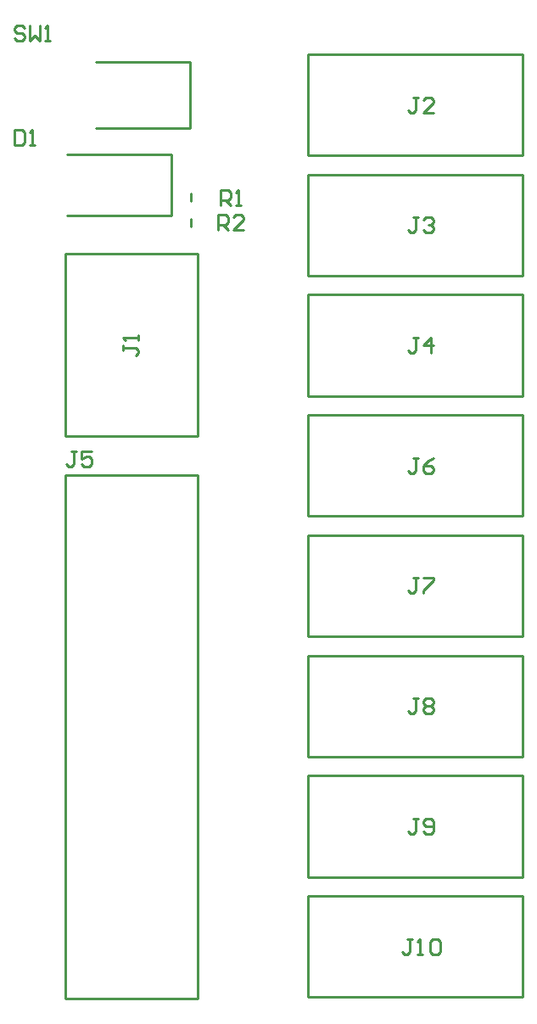
<source format=gto>
G04*
G04 #@! TF.GenerationSoftware,Altium Limited,Altium Designer,21.2.2 (38)*
G04*
G04 Layer_Color=65535*
%FSLAX25Y25*%
%MOIN*%
G70*
G04*
G04 #@! TF.SameCoordinates,2A2BD39F-598F-431D-80C8-0E329A30C52D*
G04*
G04*
G04 #@! TF.FilePolarity,Positive*
G04*
G01*
G75*
%ADD10C,0.01000*%
D10*
X116142Y101676D02*
Y307117D01*
Y101676D02*
X168110D01*
X116142Y307117D02*
X168110D01*
Y101676D02*
Y307117D01*
X165228Y443693D02*
Y469693D01*
X128228Y443693D02*
X165228D01*
X128228Y469693D02*
X165228D01*
X165354Y404996D02*
Y407996D01*
Y414839D02*
Y417839D01*
X168110Y322441D02*
Y394094D01*
X116142D02*
X168110D01*
X116142Y322441D02*
X168110D01*
X116142D02*
Y394094D01*
X211614Y432874D02*
Y472638D01*
X295866Y432874D02*
Y472638D01*
X211614D02*
X295866D01*
X211614Y432874D02*
X295866D01*
X211614Y385630D02*
Y425394D01*
X295866Y385630D02*
Y425394D01*
X211614D02*
X295866D01*
X211614Y385630D02*
X295866D01*
X211614Y338386D02*
Y378150D01*
X295866Y338386D02*
Y378150D01*
X211614D02*
X295866D01*
X211614Y338386D02*
X295866D01*
X211614Y291142D02*
Y330906D01*
X295866Y291142D02*
Y330906D01*
X211614D02*
X295866D01*
X211614Y291142D02*
X295866D01*
X211614Y243898D02*
X295866D01*
X211614Y283661D02*
X295866D01*
Y243898D02*
Y283661D01*
X211614Y243898D02*
Y283661D01*
Y196653D02*
X295866D01*
X211614Y236417D02*
X295866D01*
Y196653D02*
Y236417D01*
X211614Y196653D02*
Y236417D01*
Y149409D02*
X295866D01*
X211614Y189173D02*
X295866D01*
Y149409D02*
Y189173D01*
X211614Y149409D02*
Y189173D01*
Y102165D02*
X295866D01*
X211614Y141929D02*
X295866D01*
Y102165D02*
Y141929D01*
X211614Y102165D02*
Y141929D01*
X146732Y409260D02*
X157732D01*
Y433260D01*
X116732D02*
X157732D01*
X116732Y409260D02*
X136732D01*
X146732D01*
X120599Y316598D02*
X118599D01*
X119599D01*
Y311600D01*
X118599Y310600D01*
X117600D01*
X116600Y311600D01*
X126597Y316598D02*
X122598D01*
Y313599D01*
X124597Y314599D01*
X125597D01*
X126597Y313599D01*
Y311600D01*
X125597Y310600D01*
X123598D01*
X122598Y311600D01*
X100199Y482998D02*
X99199Y483998D01*
X97200D01*
X96200Y482998D01*
Y481999D01*
X97200Y480999D01*
X99199D01*
X100199Y479999D01*
Y479000D01*
X99199Y478000D01*
X97200D01*
X96200Y479000D01*
X102198Y483998D02*
Y478000D01*
X104197Y479999D01*
X106197Y478000D01*
Y483998D01*
X108196Y478000D02*
X110196D01*
X109196D01*
Y483998D01*
X108196Y482998D01*
X176104Y403497D02*
Y409495D01*
X179103D01*
X180103Y408495D01*
Y406496D01*
X179103Y405496D01*
X176104D01*
X178103D02*
X180103Y403497D01*
X186101D02*
X182102D01*
X186101Y407496D01*
Y408495D01*
X185101Y409495D01*
X183102D01*
X182102Y408495D01*
X177104Y413340D02*
Y419338D01*
X180103D01*
X181102Y418338D01*
Y416339D01*
X180103Y415339D01*
X177104D01*
X179103D02*
X181102Y413340D01*
X183102D02*
X185101D01*
X184101D01*
Y419338D01*
X183102Y418338D01*
X252407Y125046D02*
X250407D01*
X251407D01*
Y120048D01*
X250407Y119048D01*
X249408D01*
X248408Y120048D01*
X254406Y119048D02*
X256405D01*
X255406D01*
Y125046D01*
X254406Y124047D01*
X259404D02*
X260404Y125046D01*
X262403D01*
X263403Y124047D01*
Y120048D01*
X262403Y119048D01*
X260404D01*
X259404Y120048D01*
Y124047D01*
X254906Y172290D02*
X252906D01*
X253906D01*
Y167292D01*
X252906Y166292D01*
X251907D01*
X250907Y167292D01*
X256905D02*
X257905Y166292D01*
X259904D01*
X260904Y167292D01*
Y171291D01*
X259904Y172290D01*
X257905D01*
X256905Y171291D01*
Y170291D01*
X257905Y169291D01*
X260904D01*
X254906Y219534D02*
X252906D01*
X253906D01*
Y214536D01*
X252906Y213536D01*
X251907D01*
X250907Y214536D01*
X256905Y218535D02*
X257905Y219534D01*
X259904D01*
X260904Y218535D01*
Y217535D01*
X259904Y216535D01*
X260904Y215536D01*
Y214536D01*
X259904Y213536D01*
X257905D01*
X256905Y214536D01*
Y215536D01*
X257905Y216535D01*
X256905Y217535D01*
Y218535D01*
X257905Y216535D02*
X259904D01*
X254906Y266779D02*
X252906D01*
X253906D01*
Y261780D01*
X252906Y260781D01*
X251907D01*
X250907Y261780D01*
X256905Y266779D02*
X260904D01*
Y265779D01*
X256905Y261780D01*
Y260781D01*
X254906Y314023D02*
X252906D01*
X253906D01*
Y309024D01*
X252906Y308025D01*
X251907D01*
X250907Y309024D01*
X260904Y314023D02*
X258905Y313023D01*
X256905Y311024D01*
Y309024D01*
X257905Y308025D01*
X259904D01*
X260904Y309024D01*
Y310024D01*
X259904Y311024D01*
X256905D01*
X254906Y361267D02*
X252906D01*
X253906D01*
Y356268D01*
X252906Y355269D01*
X251907D01*
X250907Y356268D01*
X259904Y355269D02*
Y361267D01*
X256905Y358268D01*
X260904D01*
X254906Y408511D02*
X252906D01*
X253906D01*
Y403512D01*
X252906Y402513D01*
X251907D01*
X250907Y403512D01*
X256905Y407511D02*
X257905Y408511D01*
X259904D01*
X260904Y407511D01*
Y406511D01*
X259904Y405512D01*
X258905D01*
X259904D01*
X260904Y404512D01*
Y403512D01*
X259904Y402513D01*
X257905D01*
X256905Y403512D01*
X254906Y455755D02*
X252906D01*
X253906D01*
Y450757D01*
X252906Y449757D01*
X251907D01*
X250907Y450757D01*
X260904Y449757D02*
X256905D01*
X260904Y453756D01*
Y454755D01*
X259904Y455755D01*
X257905D01*
X256905Y454755D01*
X138733Y358268D02*
Y356268D01*
Y357268D01*
X143732D01*
X144731Y356268D01*
Y355269D01*
X143732Y354269D01*
X144731Y360267D02*
Y362266D01*
Y361267D01*
X138733D01*
X139733Y360267D01*
X96000Y442798D02*
Y436800D01*
X98999D01*
X99999Y437800D01*
Y441798D01*
X98999Y442798D01*
X96000D01*
X101998Y436800D02*
X103997D01*
X102998D01*
Y442798D01*
X101998Y441798D01*
M02*

</source>
